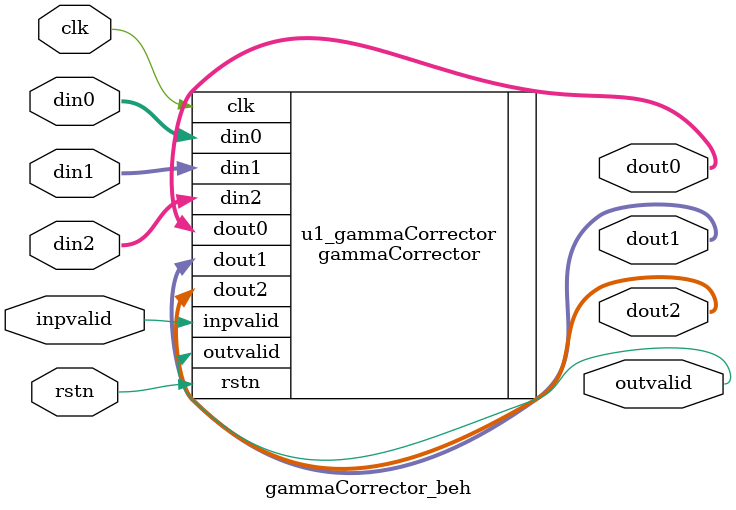
<source format=v>
module gammaCorrector_beh (
   //=====INPUTS
   clk,                 // system clock  
   rstn,                // system reset
   inpvalid,            // input data valid signal
   din0,                // first  input color plane 
         din1,          // second input color plane 
         din2,          // third  input color plane 
   
   //=====OUTPUTS
   outvalid,            // output data valid signal
         dout1,         // second output color plane 
         dout2,         // third  output color plane 
   dout0                // first  output color plane 
   );

   
  
// ------------ input ports
   input                                     clk;
   input                                     rstn;
   input                                     inpvalid;
   input  [12-1:0]                 din0;
         input  [12-1:0]           din1;
         input  [12-1:0]           din2;

// ------------ output ports
   output                                    outvalid;
   output [12-1:0]                 dout0;
         output  [12-1:0]          dout1;
         output  [12-1:0]          dout2;

   
gammaCorrector 
#(                                                    
      .pdata0_width      (12),         
      .pdata1_width      (12),         
      .pdata2_width      (12),         
      .plut0memebr       (1),         
      .plut1memebr       (1),         
      .plut2memebr       (1),         
      .platency          (4),         
      .pinreg            (1),
      .pinput_serial     (0),           
      .pbypassen         (0),
      //.phweval           (HW_EVAL),             
      .pcplane1          (1),            
      .pcplane2          (1),            
      .pgfunction        (0),          
      .pcpsel_width      (2),   
      .pebr_thresh       (8))
u1_gammaCorrector  (
   //=====INPUTS
   .clk              (clk),                 // system clock  
   .rstn             (rstn),                // system reset
   .inpvalid         (inpvalid),            // input data valid signal
   .din0             (din0),                // first  input color plane 
         .din1       (din1),                // second input color plane 
         .din2       (din2),                // third  input color plane 
   
   //=====OUTPUTS
   .outvalid          (outvalid),            // output data valid signal
         .dout1      (dout1),               // second output color plane 
         .dout2      (dout2),               // third  output color plane 
   .dout0            (dout0)                // first  output color plane 
);
endmodule

</source>
